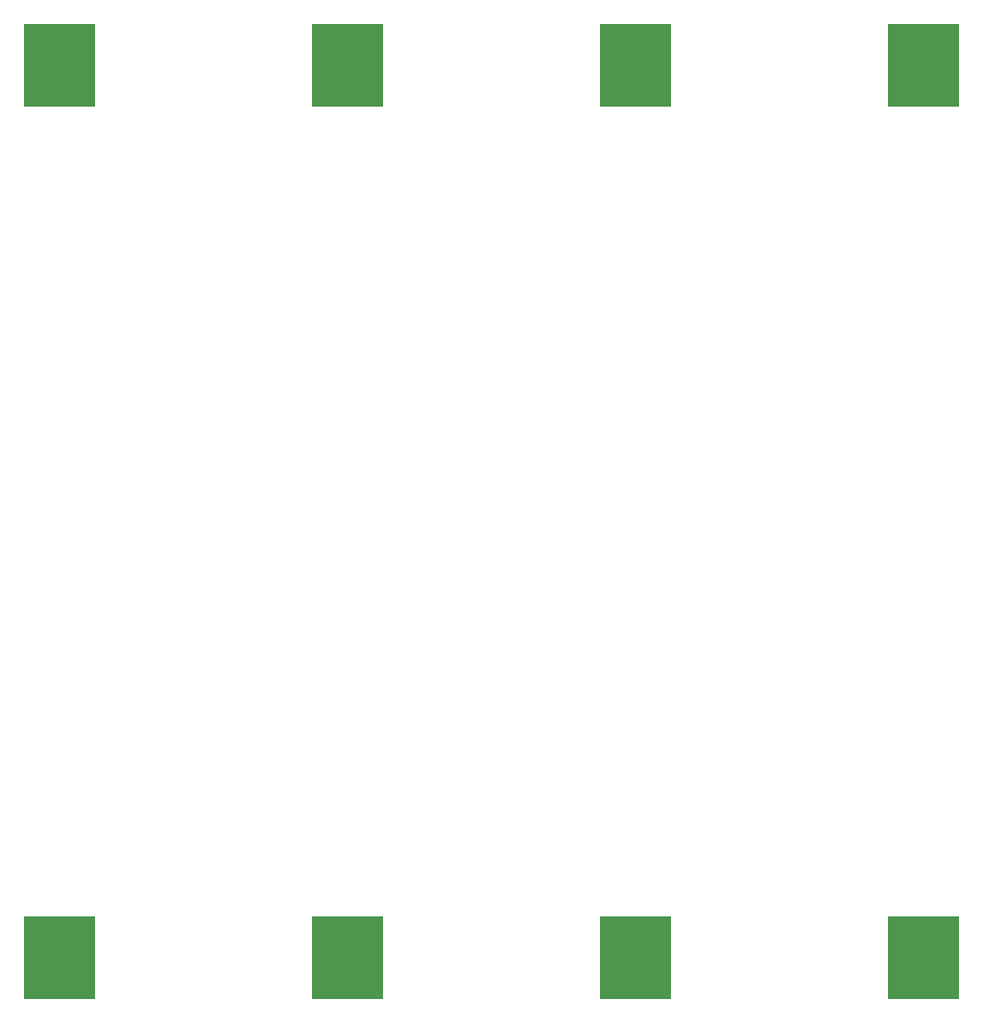
<source format=gbr>
%TF.GenerationSoftware,KiCad,Pcbnew,(6.0.5)*%
%TF.CreationDate,2022-05-14T14:58:19-07:00*%
%TF.ProjectId,li-ion-horn,6c692d69-6f6e-42d6-986f-726e2e6b6963,rev?*%
%TF.SameCoordinates,Original*%
%TF.FileFunction,Paste,Top*%
%TF.FilePolarity,Positive*%
%FSLAX46Y46*%
G04 Gerber Fmt 4.6, Leading zero omitted, Abs format (unit mm)*
G04 Created by KiCad (PCBNEW (6.0.5)) date 2022-05-14 14:58:19*
%MOMM*%
%LPD*%
G01*
G04 APERTURE LIST*
%ADD10R,6.350000X7.340000*%
G04 APERTURE END LIST*
D10*
%TO.C,BT4*%
X152400000Y-140930000D03*
X152400000Y-62270000D03*
%TD*%
%TO.C,BT1*%
X76200000Y-140930000D03*
X76200000Y-62270000D03*
%TD*%
%TO.C,BT2*%
X101600000Y-140930000D03*
X101600000Y-62270000D03*
%TD*%
%TO.C,BT3*%
X127000000Y-140930000D03*
X127000000Y-62270000D03*
%TD*%
M02*

</source>
